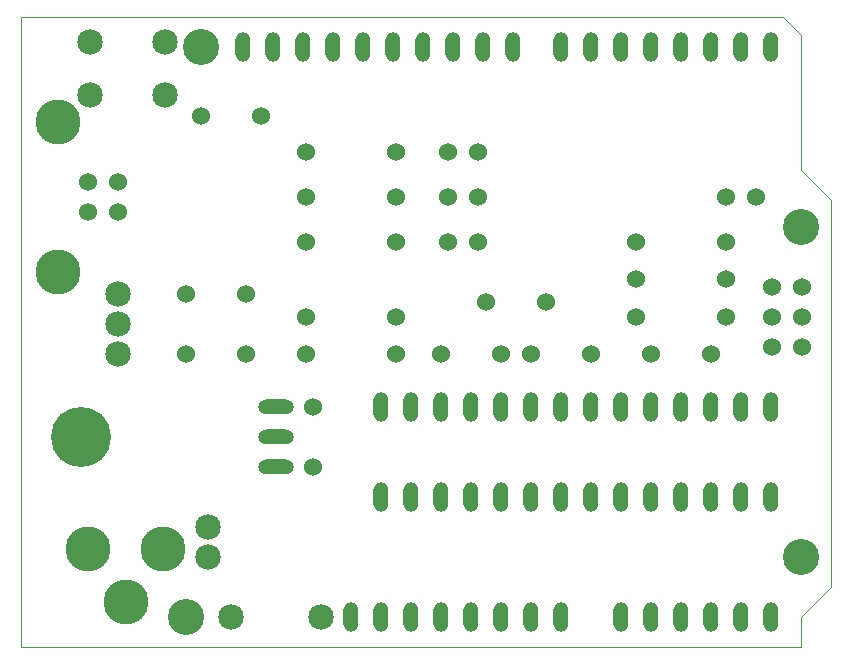
<source format=gbs>
G04 (created by PCBNEW (2013-03-31 BZR 4008)-stable) date 04/02/2015 13:54:46*
%MOIN*%
G04 Gerber Fmt 3.4, Leading zero omitted, Abs format*
%FSLAX34Y34*%
G01*
G70*
G90*
G04 APERTURE LIST*
%ADD10C,0*%
%ADD11C,0.00393701*%
%ADD12C,0.06*%
%ADD13C,0.085*%
%ADD14C,0.12*%
%ADD15C,0.15*%
%ADD16O,0.05X0.1*%
%ADD17O,0.12X0.05*%
%ADD18C,0.2*%
G04 APERTURE END LIST*
G54D10*
G54D11*
X34000Y-34000D02*
X34000Y-55000D01*
X59400Y-34000D02*
X34000Y-34000D01*
X60000Y-34600D02*
X59400Y-34000D01*
X60000Y-39100D02*
X60000Y-34600D01*
X61000Y-40100D02*
X60000Y-39100D01*
X61000Y-53000D02*
X61000Y-40100D01*
X60000Y-54000D02*
X61000Y-53000D01*
X60000Y-55000D02*
X60000Y-54000D01*
X34000Y-55000D02*
X60000Y-55000D01*
G54D12*
X57500Y-42750D03*
X54500Y-42750D03*
X43500Y-41500D03*
X46500Y-41500D03*
X43500Y-40000D03*
X46500Y-40000D03*
X57500Y-41500D03*
X54500Y-41500D03*
X43500Y-45250D03*
X46500Y-45250D03*
X43500Y-44000D03*
X46500Y-44000D03*
X54500Y-44000D03*
X57500Y-44000D03*
G54D13*
X41000Y-54000D03*
X44000Y-54000D03*
G54D12*
X51500Y-43500D03*
X49500Y-43500D03*
X51000Y-45250D03*
X53000Y-45250D03*
X50000Y-45250D03*
X48000Y-45250D03*
X39500Y-43250D03*
X39500Y-45250D03*
X55000Y-45250D03*
X57000Y-45250D03*
X40000Y-37300D03*
X42000Y-37300D03*
X43750Y-49000D03*
X43750Y-47000D03*
G54D14*
X60000Y-52000D03*
X40000Y-35000D03*
X39500Y-54000D03*
X60000Y-41000D03*
G54D15*
X35250Y-42500D03*
X35250Y-37500D03*
G54D12*
X37250Y-40500D03*
X37250Y-39500D03*
X36250Y-39500D03*
X36250Y-40500D03*
G54D15*
X37500Y-53500D03*
X36250Y-51750D03*
X38750Y-51750D03*
G54D12*
X60050Y-45000D03*
X59050Y-45000D03*
X59050Y-44000D03*
X60050Y-44000D03*
X60050Y-43000D03*
X59050Y-43000D03*
G54D16*
X44400Y-35000D03*
X43400Y-35000D03*
X41400Y-35000D03*
X42400Y-35000D03*
X46400Y-35000D03*
X45400Y-35000D03*
X47400Y-35000D03*
X48400Y-35000D03*
X50400Y-35000D03*
X49400Y-35000D03*
G54D13*
X37250Y-43250D03*
X37250Y-45250D03*
X37250Y-44250D03*
G54D12*
X46500Y-38500D03*
X43500Y-38500D03*
G54D16*
X53000Y-35000D03*
X52000Y-35000D03*
X55000Y-35000D03*
X54000Y-35000D03*
X56000Y-35000D03*
X57000Y-35000D03*
X59000Y-35000D03*
X58000Y-35000D03*
X46000Y-54000D03*
X45000Y-54000D03*
X48000Y-54000D03*
X47000Y-54000D03*
X49000Y-54000D03*
X50000Y-54000D03*
X52000Y-54000D03*
X51000Y-54000D03*
X55000Y-54000D03*
X54000Y-54000D03*
X56000Y-54000D03*
X57000Y-54000D03*
X59000Y-54000D03*
X58000Y-54000D03*
G54D12*
X41500Y-45250D03*
X41500Y-43250D03*
G54D13*
X40250Y-51000D03*
X40250Y-52000D03*
G54D12*
X48250Y-38500D03*
X49250Y-38500D03*
X49250Y-40000D03*
X48250Y-40000D03*
X49250Y-41500D03*
X48250Y-41500D03*
X57500Y-40000D03*
X58500Y-40000D03*
G54D16*
X56000Y-50000D03*
X57000Y-50000D03*
X58000Y-50000D03*
X59000Y-50000D03*
X55000Y-50000D03*
X54000Y-50000D03*
X53000Y-50000D03*
X52000Y-50000D03*
X51000Y-50000D03*
X50000Y-50000D03*
X48000Y-50000D03*
X49000Y-50000D03*
X47000Y-50000D03*
X46000Y-50000D03*
X50000Y-47000D03*
X51000Y-47000D03*
X52000Y-47000D03*
X53000Y-47000D03*
X54000Y-47000D03*
X55000Y-47000D03*
X59000Y-47000D03*
X58000Y-47000D03*
X57000Y-47000D03*
X56000Y-47000D03*
X49000Y-47000D03*
X48000Y-47000D03*
X47000Y-47000D03*
X46000Y-47000D03*
G54D17*
X42500Y-47000D03*
X42500Y-48000D03*
X42500Y-49000D03*
G54D18*
X36000Y-48000D03*
G54D13*
X36300Y-34850D03*
X36300Y-36600D03*
X38800Y-36600D03*
X38800Y-34850D03*
M02*

</source>
